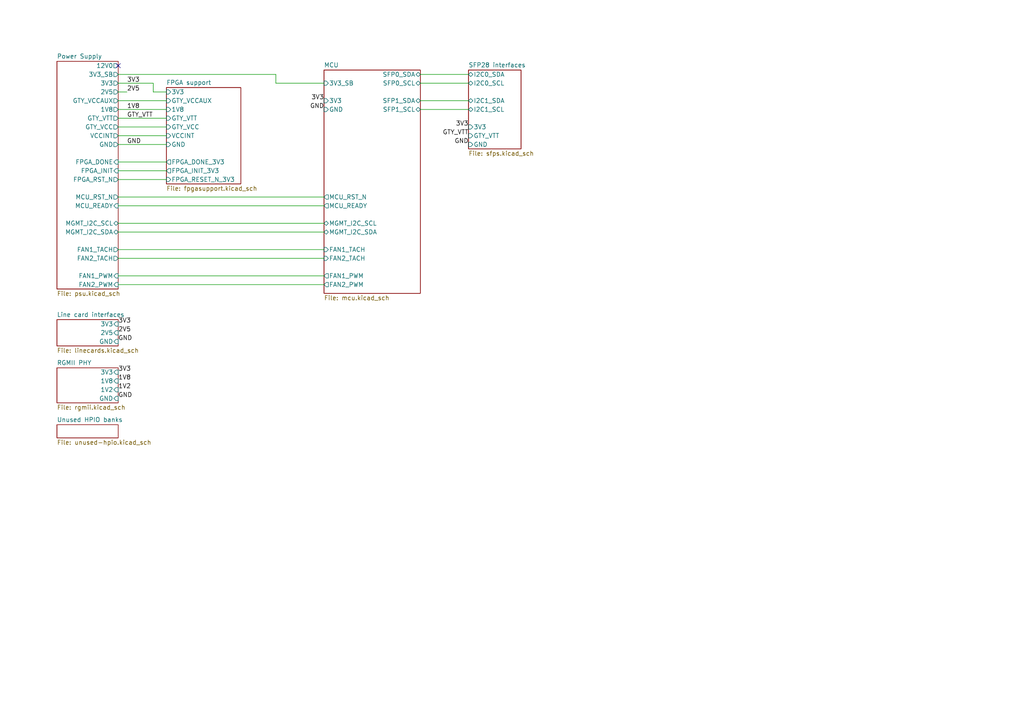
<source format=kicad_sch>
(kicad_sch
	(version 20231120)
	(generator "eeschema")
	(generator_version "8.0")
	(uuid "2594b26d-2fe5-4054-81d2-ca5df3747243")
	(paper "A4")
	(title_block
		(title "LATENTRED Ethernet Switch - Main Board")
		(date "2025-06-02")
		(rev "0.1")
		(company "Antikernel Labs")
		(comment 1 "Andrew D. Zonenberg")
	)
	(lib_symbols)
	(no_connect
		(at 34.29 19.05)
		(uuid "a69ebeee-299c-48c4-8acd-d3e5443195a0")
	)
	(wire
		(pts
			(xy 121.92 24.13) (xy 135.89 24.13)
		)
		(stroke
			(width 0)
			(type default)
		)
		(uuid "008e642d-eaad-4e32-8734-f8849892ab7f")
	)
	(wire
		(pts
			(xy 34.29 82.55) (xy 93.98 82.55)
		)
		(stroke
			(width 0)
			(type default)
		)
		(uuid "1b4c8e7c-fce9-47f1-b2f8-40d9785edb3b")
	)
	(wire
		(pts
			(xy 80.01 21.59) (xy 80.01 24.13)
		)
		(stroke
			(width 0)
			(type default)
		)
		(uuid "1c897fb4-5a9b-4da4-93f5-b19b8a99aefd")
	)
	(wire
		(pts
			(xy 44.45 24.13) (xy 44.45 26.67)
		)
		(stroke
			(width 0)
			(type default)
		)
		(uuid "2101d5a5-8761-47c5-8cd2-a28109195d9b")
	)
	(wire
		(pts
			(xy 34.29 59.69) (xy 93.98 59.69)
		)
		(stroke
			(width 0)
			(type default)
		)
		(uuid "26306b8d-ca5c-495e-ac3e-fe253dcb0af2")
	)
	(wire
		(pts
			(xy 34.29 36.83) (xy 48.26 36.83)
		)
		(stroke
			(width 0)
			(type default)
		)
		(uuid "29428f41-bc0c-449b-a2b3-91606d128c96")
	)
	(wire
		(pts
			(xy 34.29 80.01) (xy 93.98 80.01)
		)
		(stroke
			(width 0)
			(type default)
		)
		(uuid "2dbcc783-2664-4efa-8524-19aa6813e5c5")
	)
	(wire
		(pts
			(xy 34.29 46.99) (xy 48.26 46.99)
		)
		(stroke
			(width 0)
			(type default)
		)
		(uuid "34fc85e7-e4ac-42a3-962f-3902a0f771ce")
	)
	(wire
		(pts
			(xy 34.29 49.53) (xy 48.26 49.53)
		)
		(stroke
			(width 0)
			(type default)
		)
		(uuid "3c013747-7f8e-49f0-9bc7-0fbc8557cc2b")
	)
	(wire
		(pts
			(xy 34.29 72.39) (xy 93.98 72.39)
		)
		(stroke
			(width 0)
			(type default)
		)
		(uuid "57780286-5986-4d5f-a0c8-f5fe0f87910f")
	)
	(wire
		(pts
			(xy 34.29 31.75) (xy 48.26 31.75)
		)
		(stroke
			(width 0)
			(type default)
		)
		(uuid "5953b779-9c1d-421f-983b-e634e023c30c")
	)
	(wire
		(pts
			(xy 34.29 41.91) (xy 48.26 41.91)
		)
		(stroke
			(width 0)
			(type default)
		)
		(uuid "5f56f60b-29c5-4cae-ac90-2a1a60ffe468")
	)
	(wire
		(pts
			(xy 44.45 26.67) (xy 48.26 26.67)
		)
		(stroke
			(width 0)
			(type default)
		)
		(uuid "63d27f20-f4c2-4659-ae45-2cf3671bb49e")
	)
	(wire
		(pts
			(xy 34.29 74.93) (xy 93.98 74.93)
		)
		(stroke
			(width 0)
			(type default)
		)
		(uuid "657fb9db-830f-4ae4-b096-14701df9cd43")
	)
	(wire
		(pts
			(xy 80.01 24.13) (xy 93.98 24.13)
		)
		(stroke
			(width 0)
			(type default)
		)
		(uuid "869869b8-76c8-468a-9683-75d6eb727824")
	)
	(wire
		(pts
			(xy 34.29 52.07) (xy 48.26 52.07)
		)
		(stroke
			(width 0)
			(type default)
		)
		(uuid "89519423-c1ff-40b1-bde8-4cd36469bdcf")
	)
	(wire
		(pts
			(xy 34.29 39.37) (xy 48.26 39.37)
		)
		(stroke
			(width 0)
			(type default)
		)
		(uuid "8b158ba2-5943-4b8c-84b9-f5987a856372")
	)
	(wire
		(pts
			(xy 121.92 31.75) (xy 135.89 31.75)
		)
		(stroke
			(width 0)
			(type default)
		)
		(uuid "9351596c-14a3-47eb-b4dd-48cb015626e3")
	)
	(wire
		(pts
			(xy 34.29 67.31) (xy 93.98 67.31)
		)
		(stroke
			(width 0)
			(type default)
		)
		(uuid "946faa43-351f-450f-ad62-48ae482c94b0")
	)
	(wire
		(pts
			(xy 121.92 21.59) (xy 135.89 21.59)
		)
		(stroke
			(width 0)
			(type default)
		)
		(uuid "9cb2d3f6-23b4-46c6-b79e-a9982551b8e3")
	)
	(wire
		(pts
			(xy 34.29 29.21) (xy 48.26 29.21)
		)
		(stroke
			(width 0)
			(type default)
		)
		(uuid "a5f0372d-4b99-4c65-9bf8-73f027e4c12d")
	)
	(wire
		(pts
			(xy 34.29 34.29) (xy 48.26 34.29)
		)
		(stroke
			(width 0)
			(type default)
		)
		(uuid "a9446963-0fe2-4bca-be65-e606833db310")
	)
	(wire
		(pts
			(xy 34.29 21.59) (xy 80.01 21.59)
		)
		(stroke
			(width 0)
			(type default)
		)
		(uuid "b088215e-bd51-4685-acdf-7186ce1e0d96")
	)
	(wire
		(pts
			(xy 34.29 64.77) (xy 93.98 64.77)
		)
		(stroke
			(width 0)
			(type default)
		)
		(uuid "c2a7f4ed-5a6e-4977-8e73-5d3169f4ca48")
	)
	(wire
		(pts
			(xy 34.29 26.67) (xy 36.83 26.67)
		)
		(stroke
			(width 0)
			(type default)
		)
		(uuid "da43fd1f-8242-4146-acba-7460af9aa3f1")
	)
	(wire
		(pts
			(xy 34.29 57.15) (xy 93.98 57.15)
		)
		(stroke
			(width 0)
			(type default)
		)
		(uuid "dc7ec712-3aaf-4838-afeb-2e446349d276")
	)
	(wire
		(pts
			(xy 121.92 29.21) (xy 135.89 29.21)
		)
		(stroke
			(width 0)
			(type default)
		)
		(uuid "f05600a4-3c64-4945-bfa9-300dda406fab")
	)
	(wire
		(pts
			(xy 34.29 24.13) (xy 44.45 24.13)
		)
		(stroke
			(width 0)
			(type default)
		)
		(uuid "f4ce7844-9575-48df-8973-db7f24c0eb5f")
	)
	(label "GND"
		(at 36.83 41.91 0)
		(fields_autoplaced yes)
		(effects
			(font
				(size 1.27 1.27)
			)
			(justify left bottom)
		)
		(uuid "02570172-a9f4-400b-a2f4-7c0c0893ef08")
	)
	(label "GTY_VTT"
		(at 135.89 39.37 180)
		(fields_autoplaced yes)
		(effects
			(font
				(size 1.27 1.27)
			)
			(justify right bottom)
		)
		(uuid "18b23e1c-ee7f-4312-ab01-54072941ee19")
	)
	(label "GND"
		(at 34.29 115.57 0)
		(fields_autoplaced yes)
		(effects
			(font
				(size 1.27 1.27)
			)
			(justify left bottom)
		)
		(uuid "1a645db6-d912-4b4b-8fdb-90b14e2e5922")
	)
	(label "3V3"
		(at 36.83 24.13 0)
		(fields_autoplaced yes)
		(effects
			(font
				(size 1.27 1.27)
			)
			(justify left bottom)
		)
		(uuid "3a32863c-86c8-478c-8649-955b323c7d6f")
	)
	(label "3V3"
		(at 135.89 36.83 180)
		(fields_autoplaced yes)
		(effects
			(font
				(size 1.27 1.27)
			)
			(justify right bottom)
		)
		(uuid "46dbfbb1-2655-4acf-9da9-955392ce4353")
	)
	(label "GND"
		(at 135.89 41.91 180)
		(fields_autoplaced yes)
		(effects
			(font
				(size 1.27 1.27)
			)
			(justify right bottom)
		)
		(uuid "542dc9b6-2034-4a75-aacd-5e026793927a")
	)
	(label "1V8"
		(at 36.83 31.75 0)
		(fields_autoplaced yes)
		(effects
			(font
				(size 1.27 1.27)
			)
			(justify left bottom)
		)
		(uuid "5fb1b61c-68b8-456a-bd31-d65b52c1ff37")
	)
	(label "GND"
		(at 93.98 31.75 180)
		(fields_autoplaced yes)
		(effects
			(font
				(size 1.27 1.27)
			)
			(justify right bottom)
		)
		(uuid "848a1ff7-65c2-46a0-bf26-c2a6153782f6")
	)
	(label "2V5"
		(at 36.83 26.67 0)
		(fields_autoplaced yes)
		(effects
			(font
				(size 1.27 1.27)
			)
			(justify left bottom)
		)
		(uuid "8b66484b-f361-4201-8891-8a41aec331f0")
	)
	(label "GND"
		(at 34.29 99.06 0)
		(fields_autoplaced yes)
		(effects
			(font
				(size 1.27 1.27)
			)
			(justify left bottom)
		)
		(uuid "8c53fe4c-bf1b-4d71-8c7f-37737db790da")
	)
	(label "1V8"
		(at 34.29 110.49 0)
		(fields_autoplaced yes)
		(effects
			(font
				(size 1.27 1.27)
			)
			(justify left bottom)
		)
		(uuid "b70c0ca9-902d-40c0-ac7e-b09c463ed61a")
	)
	(label "3V3"
		(at 93.98 29.21 180)
		(fields_autoplaced yes)
		(effects
			(font
				(size 1.27 1.27)
			)
			(justify right bottom)
		)
		(uuid "c3265a05-c31e-43d3-b43e-9513faa14e2d")
	)
	(label "2V5"
		(at 34.29 96.52 0)
		(fields_autoplaced yes)
		(effects
			(font
				(size 1.27 1.27)
			)
			(justify left bottom)
		)
		(uuid "cbc035ba-a6e3-4edf-be5e-56896d582412")
	)
	(label "1V2"
		(at 34.29 113.03 0)
		(fields_autoplaced yes)
		(effects
			(font
				(size 1.27 1.27)
			)
			(justify left bottom)
		)
		(uuid "d4b48498-2816-4616-a1dc-e28e7bc03f5d")
	)
	(label "3V3"
		(at 34.29 107.95 0)
		(fields_autoplaced yes)
		(effects
			(font
				(size 1.27 1.27)
			)
			(justify left bottom)
		)
		(uuid "df4a9d7d-f1dc-4944-bd9f-2f5a46cae9db")
	)
	(label "GTY_VTT"
		(at 36.83 34.29 0)
		(fields_autoplaced yes)
		(effects
			(font
				(size 1.27 1.27)
			)
			(justify left bottom)
		)
		(uuid "dff0b07b-11e7-42eb-9242-adefecb1d303")
	)
	(label "3V3"
		(at 34.29 93.98 0)
		(fields_autoplaced yes)
		(effects
			(font
				(size 1.27 1.27)
			)
			(justify left bottom)
		)
		(uuid "f49f0358-c5df-4927-a2ab-3adb18c03d96")
	)
	(sheet
		(at 135.89 20.32)
		(size 15.24 22.86)
		(fields_autoplaced yes)
		(stroke
			(width 0.1524)
			(type solid)
		)
		(fill
			(color 0 0 0 0.0000)
		)
		(uuid "15f4f4ac-4994-41bd-acdb-25a94e84fa2c")
		(property "Sheetname" "SFP28 interfaces"
			(at 135.89 19.6084 0)
			(effects
				(font
					(size 1.27 1.27)
				)
				(justify left bottom)
			)
		)
		(property "Sheetfile" "sfps.kicad_sch"
			(at 135.89 43.7646 0)
			(effects
				(font
					(size 1.27 1.27)
				)
				(justify left top)
			)
		)
		(pin "3V3" input
			(at 135.89 36.83 180)
			(effects
				(font
					(size 1.27 1.27)
				)
				(justify left)
			)
			(uuid "84f6120e-71e3-4333-9a76-576a0d541f48")
		)
		(pin "GTY_VTT" input
			(at 135.89 39.37 180)
			(effects
				(font
					(size 1.27 1.27)
				)
				(justify left)
			)
			(uuid "c5cee3f1-7418-46ea-807f-f3f306d860f5")
		)
		(pin "GND" input
			(at 135.89 41.91 180)
			(effects
				(font
					(size 1.27 1.27)
				)
				(justify left)
			)
			(uuid "049ee67c-96f4-4911-9920-7508ff50c5a1")
		)
		(pin "I2C0_SDA" bidirectional
			(at 135.89 21.59 180)
			(effects
				(font
					(size 1.27 1.27)
				)
				(justify left)
			)
			(uuid "10139081-4e45-48ed-9eee-7cedd2322dd3")
		)
		(pin "I2C1_SDA" bidirectional
			(at 135.89 29.21 180)
			(effects
				(font
					(size 1.27 1.27)
				)
				(justify left)
			)
			(uuid "b4898bb0-5573-4196-a5d2-6b0ba60e4a98")
		)
		(pin "I2C0_SCL" bidirectional
			(at 135.89 24.13 180)
			(effects
				(font
					(size 1.27 1.27)
				)
				(justify left)
			)
			(uuid "ce58d86e-dd9c-4221-84e5-24543503a447")
		)
		(pin "I2C1_SCL" bidirectional
			(at 135.89 31.75 180)
			(effects
				(font
					(size 1.27 1.27)
				)
				(justify left)
			)
			(uuid "baa84bb1-cbac-433b-84be-3d8214b022e8")
		)
		(instances
			(project "switch-engine"
				(path "/2594b26d-2fe5-4054-81d2-ca5df3747243"
					(page "6")
				)
			)
		)
	)
	(sheet
		(at 93.98 20.32)
		(size 27.94 64.77)
		(fields_autoplaced yes)
		(stroke
			(width 0.1524)
			(type solid)
		)
		(fill
			(color 0 0 0 0.0000)
		)
		(uuid "16e4b61f-e96f-427b-b17b-02c8899758b5")
		(property "Sheetname" "MCU"
			(at 93.98 19.6084 0)
			(effects
				(font
					(size 1.27 1.27)
				)
				(justify left bottom)
			)
		)
		(property "Sheetfile" "mcu.kicad_sch"
			(at 93.98 85.6746 0)
			(effects
				(font
					(size 1.27 1.27)
				)
				(justify left top)
			)
		)
		(pin "MCU_RST_N" output
			(at 93.98 57.15 180)
			(effects
				(font
					(size 1.27 1.27)
				)
				(justify left)
			)
			(uuid "c7e00670-8543-47fd-a2b9-ab2824378f34")
		)
		(pin "3V3_SB" input
			(at 93.98 24.13 180)
			(effects
				(font
					(size 1.27 1.27)
				)
				(justify left)
			)
			(uuid "f294faf3-d7f6-4693-8bf6-f68a8f8be540")
		)
		(pin "3V3" input
			(at 93.98 29.21 180)
			(effects
				(font
					(size 1.27 1.27)
				)
				(justify left)
			)
			(uuid "4dfaa2a3-f311-4233-9c3c-f61888442b07")
		)
		(pin "GND" input
			(at 93.98 31.75 180)
			(effects
				(font
					(size 1.27 1.27)
				)
				(justify left)
			)
			(uuid "1d6a0c99-01cc-44fe-921c-0388a76d4329")
		)
		(pin "SFP1_SCL" bidirectional
			(at 121.92 31.75 0)
			(effects
				(font
					(size 1.27 1.27)
				)
				(justify right)
			)
			(uuid "4390c3e0-b9ab-4e3e-8c2f-e97ee4a4581a")
		)
		(pin "SFP0_SCL" bidirectional
			(at 121.92 24.13 0)
			(effects
				(font
					(size 1.27 1.27)
				)
				(justify right)
			)
			(uuid "76484abb-daea-40cd-8794-919d487af6c0")
		)
		(pin "SFP0_SDA" bidirectional
			(at 121.92 21.59 0)
			(effects
				(font
					(size 1.27 1.27)
				)
				(justify right)
			)
			(uuid "40f3be27-d67b-4da2-8fed-1cda522b647e")
		)
		(pin "MGMT_I2C_SDA" bidirectional
			(at 93.98 67.31 180)
			(effects
				(font
					(size 1.27 1.27)
				)
				(justify left)
			)
			(uuid "52a84e3d-2510-4d6d-879e-7f8791af2b85")
		)
		(pin "MGMT_I2C_SCL" bidirectional
			(at 93.98 64.77 180)
			(effects
				(font
					(size 1.27 1.27)
				)
				(justify left)
			)
			(uuid "efbeef33-68a9-4593-a76b-57c1a866f4fc")
		)
		(pin "SFP1_SDA" bidirectional
			(at 121.92 29.21 0)
			(effects
				(font
					(size 1.27 1.27)
				)
				(justify right)
			)
			(uuid "fad71193-21d6-4080-8180-7e85739f9e51")
		)
		(pin "MCU_READY" output
			(at 93.98 59.69 180)
			(effects
				(font
					(size 1.27 1.27)
				)
				(justify left)
			)
			(uuid "4f311fb5-c793-4eec-b5d1-5660c6982a89")
		)
		(pin "FAN1_TACH" input
			(at 93.98 72.39 180)
			(effects
				(font
					(size 1.27 1.27)
				)
				(justify left)
			)
			(uuid "09065c10-9a40-48d1-887b-dac8fa3299b3")
		)
		(pin "FAN2_TACH" input
			(at 93.98 74.93 180)
			(effects
				(font
					(size 1.27 1.27)
				)
				(justify left)
			)
			(uuid "a07b9948-3221-450e-9336-94e3a063f8aa")
		)
		(pin "FAN1_PWM" output
			(at 93.98 80.01 180)
			(effects
				(font
					(size 1.27 1.27)
				)
				(justify left)
			)
			(uuid "f1cd775f-b332-45fd-94ba-31f07149eaa8")
		)
		(pin "FAN2_PWM" output
			(at 93.98 82.55 180)
			(effects
				(font
					(size 1.27 1.27)
				)
				(justify left)
			)
			(uuid "a946cc94-7d82-438b-a7fe-1c230e8cc537")
		)
		(instances
			(project "switch-engine"
				(path "/2594b26d-2fe5-4054-81d2-ca5df3747243"
					(page "5")
				)
			)
		)
	)
	(sheet
		(at 16.51 123.19)
		(size 17.78 3.81)
		(fields_autoplaced yes)
		(stroke
			(width 0.1524)
			(type solid)
		)
		(fill
			(color 0 0 0 0.0000)
		)
		(uuid "5d67cbb7-84e5-4db2-ab19-574eade6a082")
		(property "Sheetname" "Unused HPIO banks"
			(at 16.51 122.4784 0)
			(effects
				(font
					(size 1.27 1.27)
				)
				(justify left bottom)
			)
		)
		(property "Sheetfile" "unused-hpio.kicad_sch"
			(at 16.51 127.5846 0)
			(effects
				(font
					(size 1.27 1.27)
				)
				(justify left top)
			)
		)
		(instances
			(project "switch-engine"
				(path "/2594b26d-2fe5-4054-81d2-ca5df3747243"
					(page "8")
				)
			)
		)
	)
	(sheet
		(at 48.26 25.4)
		(size 21.59 27.94)
		(fields_autoplaced yes)
		(stroke
			(width 0.1524)
			(type solid)
		)
		(fill
			(color 0 0 0 0.0000)
		)
		(uuid "9989755c-0d3b-4905-8e52-92e034d7bb45")
		(property "Sheetname" "FPGA support"
			(at 48.26 24.6884 0)
			(effects
				(font
					(size 1.27 1.27)
				)
				(justify left bottom)
			)
		)
		(property "Sheetfile" "fpgasupport.kicad_sch"
			(at 48.26 53.9246 0)
			(effects
				(font
					(size 1.27 1.27)
				)
				(justify left top)
			)
		)
		(property "Field2" ""
			(at 48.26 25.4 0)
			(effects
				(font
					(size 1.27 1.27)
				)
				(hide yes)
			)
		)
		(pin "FPGA_INIT_3V3" output
			(at 48.26 49.53 180)
			(effects
				(font
					(size 1.27 1.27)
				)
				(justify left)
			)
			(uuid "c54e2d9c-be98-4cda-b603-ea91430a5c5c")
		)
		(pin "FPGA_DONE_3V3" output
			(at 48.26 46.99 180)
			(effects
				(font
					(size 1.27 1.27)
				)
				(justify left)
			)
			(uuid "abf1d864-1026-4157-8765-d84b84ed7f4c")
		)
		(pin "FPGA_RESET_N_3V3" input
			(at 48.26 52.07 180)
			(effects
				(font
					(size 1.27 1.27)
				)
				(justify left)
			)
			(uuid "83a689bc-4081-4b47-bd40-716313415067")
		)
		(pin "1V8" input
			(at 48.26 31.75 180)
			(effects
				(font
					(size 1.27 1.27)
				)
				(justify left)
			)
			(uuid "e0c3f0ff-8f2e-4e1f-9759-39e3a5dd5957")
		)
		(pin "GTY_VCCAUX" input
			(at 48.26 29.21 180)
			(effects
				(font
					(size 1.27 1.27)
				)
				(justify left)
			)
			(uuid "6a7ad0b2-4dca-4111-a0a2-bfe956484108")
		)
		(pin "GTY_VTT" input
			(at 48.26 34.29 180)
			(effects
				(font
					(size 1.27 1.27)
				)
				(justify left)
			)
			(uuid "89a917c1-e296-4b82-af73-1658197fc1f6")
		)
		(pin "VCCINT" input
			(at 48.26 39.37 180)
			(effects
				(font
					(size 1.27 1.27)
				)
				(justify left)
			)
			(uuid "39cdcc22-7d70-4d4c-9b13-49c3ebf6a938")
		)
		(pin "3V3" input
			(at 48.26 26.67 180)
			(effects
				(font
					(size 1.27 1.27)
				)
				(justify left)
			)
			(uuid "8cddf5e1-9377-4657-83a1-aaaf8682387e")
		)
		(pin "GTY_VCC" input
			(at 48.26 36.83 180)
			(effects
				(font
					(size 1.27 1.27)
				)
				(justify left)
			)
			(uuid "3d0982dc-6b64-4a3e-8104-b134220c80ef")
		)
		(pin "GND" input
			(at 48.26 41.91 180)
			(effects
				(font
					(size 1.27 1.27)
				)
				(justify left)
			)
			(uuid "62d530eb-6c45-4050-aa4e-35981f6a49fc")
		)
		(instances
			(project "switch-engine"
				(path "/2594b26d-2fe5-4054-81d2-ca5df3747243"
					(page "4")
				)
			)
		)
	)
	(sheet
		(at 16.51 17.78)
		(size 17.78 66.04)
		(fields_autoplaced yes)
		(stroke
			(width 0.1524)
			(type solid)
		)
		(fill
			(color 0 0 0 0.0000)
		)
		(uuid "a3f84a70-99b8-4382-a9c4-a0362ca53d67")
		(property "Sheetname" "Power Supply"
			(at 16.51 17.0684 0)
			(effects
				(font
					(size 1.27 1.27)
				)
				(justify left bottom)
			)
		)
		(property "Sheetfile" "psu.kicad_sch"
			(at 16.51 84.4046 0)
			(effects
				(font
					(size 1.27 1.27)
				)
				(justify left top)
			)
		)
		(pin "GTY_VCC" output
			(at 34.29 36.83 0)
			(effects
				(font
					(size 1.27 1.27)
				)
				(justify right)
			)
			(uuid "44872658-fcc1-4940-a652-51abdf69573e")
		)
		(pin "3V3_SB" output
			(at 34.29 21.59 0)
			(effects
				(font
					(size 1.27 1.27)
				)
				(justify right)
			)
			(uuid "f1e1afb5-f106-45b6-9dfa-01bbcff788c5")
		)
		(pin "12V0" output
			(at 34.29 19.05 0)
			(effects
				(font
					(size 1.27 1.27)
				)
				(justify right)
			)
			(uuid "f51af097-e522-4c7c-952a-234de57affab")
		)
		(pin "GND" output
			(at 34.29 41.91 0)
			(effects
				(font
					(size 1.27 1.27)
				)
				(justify right)
			)
			(uuid "a20965e2-66c2-4734-b716-23cc465e8101")
		)
		(pin "VCCINT" output
			(at 34.29 39.37 0)
			(effects
				(font
					(size 1.27 1.27)
				)
				(justify right)
			)
			(uuid "2886224d-649e-4ece-95b0-d819d9ec96a0")
		)
		(pin "GTY_VTT" output
			(at 34.29 34.29 0)
			(effects
				(font
					(size 1.27 1.27)
				)
				(justify right)
			)
			(uuid "ffee938e-c7c9-4bbb-9b0a-d95c4fb095de")
		)
		(pin "FPGA_INIT" input
			(at 34.29 49.53 0)
			(effects
				(font
					(size 1.27 1.27)
				)
				(justify right)
			)
			(uuid "ad63e243-9380-4395-acef-91ae903b33be")
		)
		(pin "MCU_RST_N" output
			(at 34.29 57.15 0)
			(effects
				(font
					(size 1.27 1.27)
				)
				(justify right)
			)
			(uuid "bab5a775-90e1-4bde-a895-c82ab1d3c7bb")
		)
		(pin "MGMT_I2C_SCL" bidirectional
			(at 34.29 64.77 0)
			(effects
				(font
					(size 1.27 1.27)
				)
				(justify right)
			)
			(uuid "45ce4494-65a9-4da7-8578-dfd4ce6cc266")
		)
		(pin "FPGA_RST_N" output
			(at 34.29 52.07 0)
			(effects
				(font
					(size 1.27 1.27)
				)
				(justify right)
			)
			(uuid "0e21aed6-165d-40b7-a0d7-cebe92f37245")
		)
		(pin "MGMT_I2C_SDA" bidirectional
			(at 34.29 67.31 0)
			(effects
				(font
					(size 1.27 1.27)
				)
				(justify right)
			)
			(uuid "01032023-7bee-4bfa-bdf2-39c6ee022b4c")
		)
		(pin "FPGA_DONE" input
			(at 34.29 46.99 0)
			(effects
				(font
					(size 1.27 1.27)
				)
				(justify right)
			)
			(uuid "f91cd064-5c7b-4421-a5c0-231431bcd745")
		)
		(pin "MCU_READY" input
			(at 34.29 59.69 0)
			(effects
				(font
					(size 1.27 1.27)
				)
				(justify right)
			)
			(uuid "ce6e1440-9646-443f-894e-48cff07e5f3d")
		)
		(pin "1V8" output
			(at 34.29 31.75 0)
			(effects
				(font
					(size 1.27 1.27)
				)
				(justify right)
			)
			(uuid "c4f010b2-f05a-48b3-a841-3b2a2e31fa43")
		)
		(pin "GTY_VCCAUX" output
			(at 34.29 29.21 0)
			(effects
				(font
					(size 1.27 1.27)
				)
				(justify right)
			)
			(uuid "3fb9db01-6bcd-4d08-b45a-8c96de715f43")
		)
		(pin "3V3" output
			(at 34.29 24.13 0)
			(effects
				(font
					(size 1.27 1.27)
				)
				(justify right)
			)
			(uuid "681d9134-38c9-4e0c-9ae2-97347715412a")
		)
		(pin "2V5" output
			(at 34.29 26.67 0)
			(effects
				(font
					(size 1.27 1.27)
				)
				(justify right)
			)
			(uuid "9689aa57-67a1-4fee-8250-e91890ca2b74")
		)
		(pin "FAN2_TACH" output
			(at 34.29 74.93 0)
			(effects
				(font
					(size 1.27 1.27)
				)
				(justify right)
			)
			(uuid "dbcbccfc-674e-4c40-a86b-5911c6f9d96c")
		)
		(pin "FAN1_TACH" output
			(at 34.29 72.39 0)
			(effects
				(font
					(size 1.27 1.27)
				)
				(justify right)
			)
			(uuid "3ad12d43-6363-4775-ae1b-15f3f57a97ab")
		)
		(pin "FAN1_PWM" input
			(at 34.29 80.01 0)
			(effects
				(font
					(size 1.27 1.27)
				)
				(justify right)
			)
			(uuid "497be182-315a-401e-a5df-86422c5aea8c")
		)
		(pin "FAN2_PWM" input
			(at 34.29 82.55 0)
			(effects
				(font
					(size 1.27 1.27)
				)
				(justify right)
			)
			(uuid "afd8ad40-fbd1-4b39-a1a4-dc8e83b05802")
		)
		(instances
			(project "switch-engine"
				(path "/2594b26d-2fe5-4054-81d2-ca5df3747243"
					(page "2")
				)
			)
		)
	)
	(sheet
		(at 16.51 92.71)
		(size 17.78 7.62)
		(fields_autoplaced yes)
		(stroke
			(width 0.1524)
			(type solid)
		)
		(fill
			(color 0 0 0 0.0000)
		)
		(uuid "ae4add04-4e69-40e8-a6bf-e6c16405d147")
		(property "Sheetname" "Line card interfaces"
			(at 16.51 91.9984 0)
			(effects
				(font
					(size 1.27 1.27)
				)
				(justify left bottom)
			)
		)
		(property "Sheetfile" "linecards.kicad_sch"
			(at 16.51 100.9146 0)
			(effects
				(font
					(size 1.27 1.27)
				)
				(justify left top)
			)
		)
		(pin "GND" input
			(at 34.29 99.06 0)
			(effects
				(font
					(size 1.27 1.27)
				)
				(justify right)
			)
			(uuid "7a162dc7-c7ca-4c6b-9c74-8a99b4bd5281")
		)
		(pin "3V3" input
			(at 34.29 93.98 0)
			(effects
				(font
					(size 1.27 1.27)
				)
				(justify right)
			)
			(uuid "69010f65-97e2-44de-a8cb-ac4c51a9c326")
		)
		(pin "2V5" input
			(at 34.29 96.52 0)
			(effects
				(font
					(size 1.27 1.27)
				)
				(justify right)
			)
			(uuid "eca071c4-a9d6-48a8-9fc5-553e7ed45f14")
		)
		(instances
			(project "switch-engine"
				(path "/2594b26d-2fe5-4054-81d2-ca5df3747243"
					(page "3")
				)
			)
		)
	)
	(sheet
		(at 16.51 106.68)
		(size 17.78 10.16)
		(fields_autoplaced yes)
		(stroke
			(width 0.1524)
			(type solid)
		)
		(fill
			(color 0 0 0 0.0000)
		)
		(uuid "e87a4021-4ab4-458d-9a9b-ec7360f04365")
		(property "Sheetname" "RGMII PHY"
			(at 16.51 105.9684 0)
			(effects
				(font
					(size 1.27 1.27)
				)
				(justify left bottom)
			)
		)
		(property "Sheetfile" "rgmii.kicad_sch"
			(at 16.51 117.4246 0)
			(effects
				(font
					(size 1.27 1.27)
				)
				(justify left top)
			)
		)
		(pin "GND" input
			(at 34.29 115.57 0)
			(effects
				(font
					(size 1.27 1.27)
				)
				(justify right)
			)
			(uuid "fbe91072-0e53-4e05-988b-4a0f57f8e66d")
		)
		(pin "1V2" input
			(at 34.29 113.03 0)
			(effects
				(font
					(size 1.27 1.27)
				)
				(justify right)
			)
			(uuid "99949b9a-5797-47b0-a77d-0d1e44baa785")
		)
		(pin "1V8" input
			(at 34.29 110.49 0)
			(effects
				(font
					(size 1.27 1.27)
				)
				(justify right)
			)
			(uuid "0c42dcb8-b899-44e1-9ff2-972595ec7920")
		)
		(pin "3V3" input
			(at 34.29 107.95 0)
			(effects
				(font
					(size 1.27 1.27)
				)
				(justify right)
			)
			(uuid "b86a6efe-773d-4c9d-b536-c1b1cf531d8d")
		)
		(instances
			(project "switch-engine"
				(path "/2594b26d-2fe5-4054-81d2-ca5df3747243"
					(page "7")
				)
			)
		)
	)
	(sheet_instances
		(path "/"
			(page "1")
		)
	)
)

</source>
